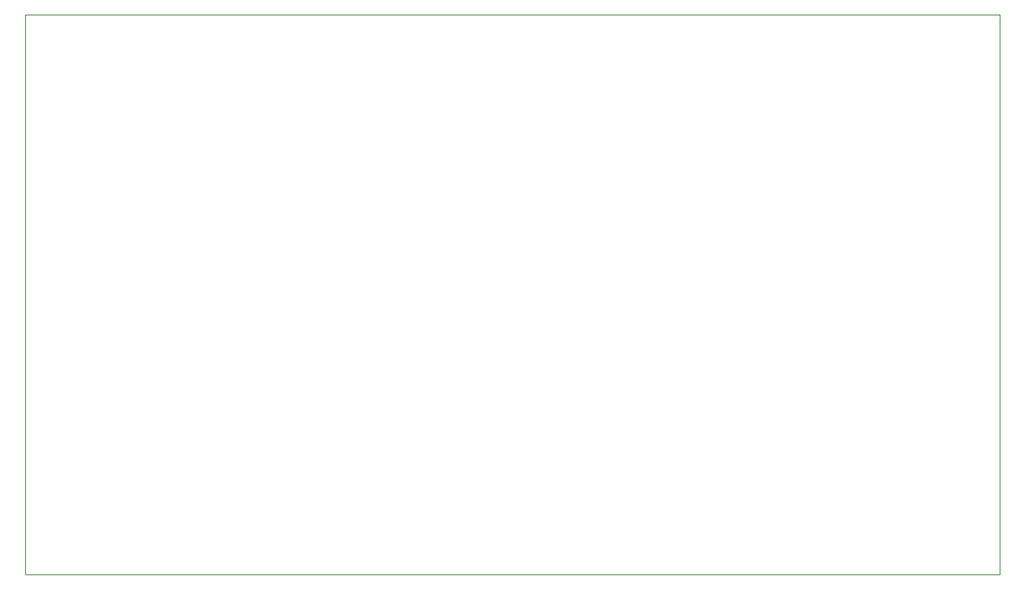
<source format=gm1>
G04 #@! TF.GenerationSoftware,KiCad,Pcbnew,7.0.1*
G04 #@! TF.CreationDate,2023-04-20T15:53:33+01:00*
G04 #@! TF.ProjectId,SelfBalancingRobot,53656c66-4261-46c6-916e-63696e67526f,rev?*
G04 #@! TF.SameCoordinates,Original*
G04 #@! TF.FileFunction,Profile,NP*
%FSLAX46Y46*%
G04 Gerber Fmt 4.6, Leading zero omitted, Abs format (unit mm)*
G04 Created by KiCad (PCBNEW 7.0.1) date 2023-04-20 15:53:33*
%MOMM*%
%LPD*%
G01*
G04 APERTURE LIST*
G04 #@! TA.AperFunction,Profile*
%ADD10C,0.100000*%
G04 #@! TD*
G04 APERTURE END LIST*
D10*
X101600000Y-68580000D02*
X203200000Y-68580000D01*
X203200000Y-127000000D01*
X101600000Y-127000000D01*
X101600000Y-68580000D01*
M02*

</source>
